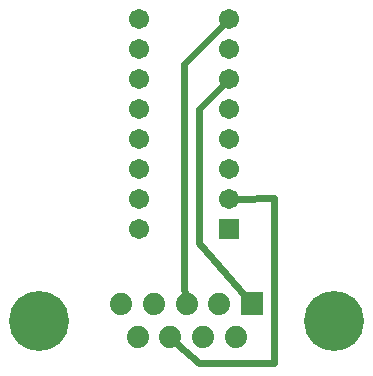
<source format=gbl>
G04 MADE WITH FRITZING*
G04 WWW.FRITZING.ORG*
G04 DOUBLE SIDED*
G04 HOLES PLATED*
G04 CONTOUR ON CENTER OF CONTOUR VECTOR*
%ASAXBY*%
%FSLAX23Y23*%
%MOIN*%
%OFA0B0*%
%SFA1.0B1.0*%
%ADD10C,0.074000*%
%ADD11C,0.200000*%
%ADD12C,0.067559*%
%ADD13R,0.067559X0.067559*%
%ADD14C,0.024000*%
%ADD15R,0.001000X0.001000*%
%LNCOPPER0*%
G90*
G70*
G54D10*
X844Y226D03*
X735Y226D03*
X626Y226D03*
X517Y226D03*
X407Y226D03*
X789Y114D03*
X680Y114D03*
X571Y114D03*
X462Y114D03*
G54D11*
X1118Y170D03*
X133Y170D03*
G54D12*
X767Y476D03*
X467Y476D03*
X767Y576D03*
X467Y576D03*
X767Y676D03*
X467Y676D03*
X767Y776D03*
X467Y776D03*
X767Y876D03*
X467Y876D03*
X767Y976D03*
X467Y976D03*
X767Y1076D03*
X467Y1076D03*
X767Y1176D03*
X467Y1176D03*
G54D13*
X766Y476D03*
G54D14*
X916Y577D02*
X791Y576D01*
D02*
X916Y27D02*
X916Y577D01*
D02*
X666Y27D02*
X916Y27D01*
D02*
X594Y93D02*
X666Y27D01*
D02*
X620Y257D02*
X617Y277D01*
D02*
X617Y277D02*
X617Y1026D01*
D02*
X617Y1026D02*
X749Y1159D01*
D02*
X823Y250D02*
X666Y427D01*
D02*
X666Y427D02*
X666Y876D01*
D02*
X666Y876D02*
X749Y959D01*
G54D15*
X807Y263D02*
X880Y263D01*
X807Y262D02*
X880Y262D01*
X807Y261D02*
X880Y261D01*
X807Y260D02*
X880Y260D01*
X807Y259D02*
X880Y259D01*
X807Y258D02*
X880Y258D01*
X807Y257D02*
X880Y257D01*
X807Y256D02*
X880Y256D01*
X807Y255D02*
X880Y255D01*
X807Y254D02*
X880Y254D01*
X807Y253D02*
X880Y253D01*
X807Y252D02*
X880Y252D01*
X807Y251D02*
X880Y251D01*
X807Y250D02*
X880Y250D01*
X807Y249D02*
X880Y249D01*
X807Y248D02*
X880Y248D01*
X807Y247D02*
X880Y247D01*
X807Y246D02*
X837Y246D01*
X849Y246D02*
X880Y246D01*
X807Y245D02*
X834Y245D01*
X852Y245D02*
X880Y245D01*
X807Y244D02*
X833Y244D01*
X854Y244D02*
X880Y244D01*
X807Y243D02*
X831Y243D01*
X855Y243D02*
X880Y243D01*
X807Y242D02*
X830Y242D01*
X856Y242D02*
X880Y242D01*
X807Y241D02*
X829Y241D01*
X858Y241D02*
X880Y241D01*
X807Y240D02*
X828Y240D01*
X858Y240D02*
X880Y240D01*
X807Y239D02*
X827Y239D01*
X859Y239D02*
X880Y239D01*
X807Y238D02*
X826Y238D01*
X860Y238D02*
X880Y238D01*
X807Y237D02*
X825Y237D01*
X861Y237D02*
X880Y237D01*
X807Y236D02*
X825Y236D01*
X861Y236D02*
X880Y236D01*
X807Y235D02*
X824Y235D01*
X862Y235D02*
X880Y235D01*
X807Y234D02*
X824Y234D01*
X862Y234D02*
X880Y234D01*
X807Y233D02*
X824Y233D01*
X862Y233D02*
X880Y233D01*
X807Y232D02*
X823Y232D01*
X863Y232D02*
X880Y232D01*
X807Y231D02*
X823Y231D01*
X863Y231D02*
X880Y231D01*
X807Y230D02*
X823Y230D01*
X863Y230D02*
X880Y230D01*
X807Y229D02*
X823Y229D01*
X863Y229D02*
X880Y229D01*
X807Y228D02*
X823Y228D01*
X863Y228D02*
X880Y228D01*
X807Y227D02*
X823Y227D01*
X863Y227D02*
X880Y227D01*
X807Y226D02*
X823Y226D01*
X863Y226D02*
X880Y226D01*
X807Y225D02*
X823Y225D01*
X863Y225D02*
X880Y225D01*
X807Y224D02*
X823Y224D01*
X863Y224D02*
X880Y224D01*
X807Y223D02*
X823Y223D01*
X863Y223D02*
X880Y223D01*
X807Y222D02*
X823Y222D01*
X863Y222D02*
X880Y222D01*
X807Y221D02*
X823Y221D01*
X863Y221D02*
X880Y221D01*
X807Y220D02*
X824Y220D01*
X862Y220D02*
X880Y220D01*
X807Y219D02*
X824Y219D01*
X862Y219D02*
X880Y219D01*
X807Y218D02*
X825Y218D01*
X861Y218D02*
X880Y218D01*
X807Y217D02*
X825Y217D01*
X861Y217D02*
X880Y217D01*
X807Y216D02*
X826Y216D01*
X860Y216D02*
X880Y216D01*
X807Y215D02*
X826Y215D01*
X860Y215D02*
X880Y215D01*
X807Y214D02*
X827Y214D01*
X859Y214D02*
X880Y214D01*
X807Y213D02*
X828Y213D01*
X858Y213D02*
X880Y213D01*
X807Y212D02*
X829Y212D01*
X857Y212D02*
X880Y212D01*
X807Y211D02*
X830Y211D01*
X856Y211D02*
X880Y211D01*
X807Y210D02*
X832Y210D01*
X854Y210D02*
X880Y210D01*
X807Y209D02*
X834Y209D01*
X853Y209D02*
X880Y209D01*
X807Y208D02*
X836Y208D01*
X850Y208D02*
X880Y208D01*
X807Y207D02*
X840Y207D01*
X846Y207D02*
X880Y207D01*
X807Y206D02*
X880Y206D01*
X807Y205D02*
X880Y205D01*
X807Y204D02*
X880Y204D01*
X807Y203D02*
X880Y203D01*
X807Y202D02*
X880Y202D01*
X807Y201D02*
X880Y201D01*
X807Y200D02*
X880Y200D01*
X807Y199D02*
X880Y199D01*
X807Y198D02*
X880Y198D01*
X807Y197D02*
X880Y197D01*
X807Y196D02*
X880Y196D01*
X807Y195D02*
X880Y195D01*
X807Y194D02*
X880Y194D01*
X807Y193D02*
X880Y193D01*
X807Y192D02*
X880Y192D01*
X807Y191D02*
X880Y191D01*
X807Y190D02*
X879Y190D01*
D02*
G04 End of Copper0*
M02*
</source>
